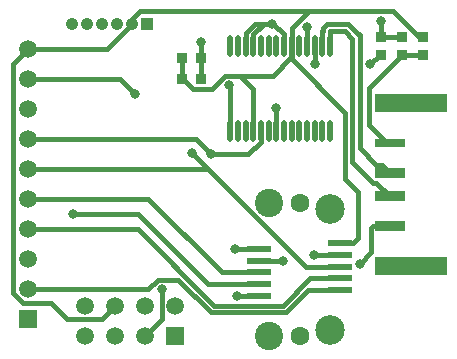
<source format=gtl>
%FSLAX25Y25*%
%MOIN*%
G70*
G01*
G75*
G04 Layer_Physical_Order=1*
G04 Layer_Color=255*
%ADD10R,0.07874X0.01969*%
%ADD11R,0.03543X0.03740*%
%ADD12R,0.03740X0.03543*%
%ADD13R,0.10268X0.03143*%
%ADD14R,0.10268X0.03543*%
%ADD15R,0.24016X0.06000*%
%ADD16O,0.01772X0.07284*%
%ADD17C,0.01500*%
%ADD18C,0.05906*%
%ADD19R,0.05906X0.05906*%
%ADD20R,0.05906X0.05906*%
%ADD21R,0.04200X0.04200*%
%ADD22C,0.04200*%
%ADD23C,0.03200*%
%ADD24C,0.09843*%
%ADD25C,0.09449*%
%ADD26C,0.06299*%
D10*
X286614Y322642D02*
D03*
Y326579D02*
D03*
Y330516D02*
D03*
Y334453D02*
D03*
Y338390D02*
D03*
X313386Y324610D02*
D03*
Y328547D02*
D03*
Y332484D02*
D03*
Y336421D02*
D03*
Y340358D02*
D03*
D11*
X327000Y402898D02*
D03*
Y409000D02*
D03*
X341000Y402898D02*
D03*
Y409000D02*
D03*
X334000D02*
D03*
Y402898D02*
D03*
D12*
X267051Y402000D02*
D03*
X260949D02*
D03*
X267051Y395000D02*
D03*
X260949D02*
D03*
D13*
X330134Y373644D02*
D03*
D14*
Y363801D02*
D03*
Y346085D02*
D03*
Y355927D02*
D03*
D15*
X337008Y332750D02*
D03*
X337008Y386978D02*
D03*
D16*
X310134Y406173D02*
D03*
X307575D02*
D03*
X305016D02*
D03*
X302457D02*
D03*
X299898D02*
D03*
X297339D02*
D03*
X294780D02*
D03*
X292220D02*
D03*
X289661D02*
D03*
X287102D02*
D03*
X284543D02*
D03*
X281984D02*
D03*
X279425D02*
D03*
X276866D02*
D03*
X310134Y377827D02*
D03*
X307575D02*
D03*
X305016D02*
D03*
X302457D02*
D03*
X299898D02*
D03*
X297339D02*
D03*
X294780D02*
D03*
X292220D02*
D03*
X289661D02*
D03*
X287102D02*
D03*
X284543D02*
D03*
X281984D02*
D03*
X279425D02*
D03*
X276866D02*
D03*
D17*
X264000Y370500D02*
X269500Y365000D01*
X286614Y334453D02*
X294453D01*
X302000Y332500D02*
X313370D01*
X269500Y365000D02*
X302000Y332500D01*
X209500Y365000D02*
X269500D01*
X244000Y414892D02*
X246758Y417650D01*
X244000Y413500D02*
Y414892D01*
X246758Y417650D02*
X303195D01*
X260949Y395000D02*
Y402000D01*
X297339Y401661D02*
Y406173D01*
X264539Y391678D02*
X270724D01*
X261217Y395000D02*
X264539Y391678D01*
X315200Y361585D02*
X319500Y357285D01*
Y342000D02*
Y357285D01*
X317858Y340358D02*
X319500Y342000D01*
X279142Y322642D02*
X286614D01*
X320000Y333500D02*
X323800Y337300D01*
Y345500D01*
X324385Y346085D01*
X330134D01*
X209500Y325000D02*
X249545D01*
X252695Y328150D02*
X259597D01*
X270555Y317192D01*
X249545Y325000D02*
X252695Y328150D01*
X270555Y317192D02*
X295332D01*
X302750Y324610D01*
X313386D01*
X248500Y309500D02*
X253997Y314997D01*
Y324997D01*
X254000Y325000D01*
X271508Y319492D02*
X294379D01*
X246000Y345000D02*
X271508Y319492D01*
X209500Y345000D02*
X246000D01*
X294379Y319492D02*
X303434Y328547D01*
X224500Y350000D02*
X246000D01*
X269421Y326579D01*
X222503Y314997D02*
X233997D01*
X217003Y320497D02*
X222503Y314997D01*
X207635Y320497D02*
X217003D01*
X204500Y323632D02*
Y400000D01*
Y323632D02*
X207635Y320497D01*
X304921Y336421D02*
X313386D01*
X303434Y328547D02*
X313386D01*
X209500Y355000D02*
X249545D01*
X269421Y326579D02*
X286614D01*
X233997Y314997D02*
X238500Y319500D01*
X249545Y355000D02*
X274029Y330516D01*
X286614D01*
X315358Y340358D02*
X317858D01*
X315200Y361585D02*
Y383800D01*
X297339Y401661D02*
X315200Y383800D01*
X313370Y332500D02*
X313386Y332484D01*
X286979Y377704D02*
X287102Y377827D01*
X282917Y370000D02*
X286979Y374062D01*
X270500Y370000D02*
X282917D01*
X286979Y374062D02*
Y377704D01*
X265500Y375000D02*
X270500Y370000D01*
X209500Y375000D02*
X265500D01*
X240000Y395000D02*
X245000Y390000D01*
X209500Y395000D02*
X240000D01*
X204500Y400000D02*
X209500Y405000D01*
X292220Y377827D02*
Y385280D01*
X297339Y406173D02*
X297462Y406296D01*
X297215Y406050D02*
X297339Y406173D01*
X297462Y411917D02*
X303195Y417650D01*
X331184D01*
X297462Y406296D02*
Y411917D01*
X331184Y417650D02*
X339834Y409000D01*
X341000D01*
X302457Y412457D02*
X302500Y412500D01*
X305000Y400000D02*
Y401489D01*
X317500Y367337D02*
X324358Y360479D01*
X317500Y367337D02*
Y408500D01*
X325582Y360479D02*
X330134Y355927D01*
X324358Y360479D02*
X325582D01*
X327435Y366500D02*
X330134Y363801D01*
X325500Y366500D02*
X327435D01*
X320000Y372000D02*
X325500Y366500D01*
X320000Y372000D02*
Y409536D01*
X319268Y410268D02*
X320000Y409536D01*
X319268Y410268D02*
Y410268D01*
X318535Y411000D02*
X319268Y410268D01*
X318535Y411000D02*
X318535D01*
X316036Y413500D02*
X318535Y411000D01*
X309098Y413500D02*
X316036D01*
X307634Y412036D02*
X309098Y413500D01*
X307634Y411000D02*
Y412036D01*
X307575Y411000D02*
X307634D01*
X307575Y406173D02*
Y411000D01*
X315000D02*
X317500Y408500D01*
X310134Y411000D02*
X315000D01*
X310134Y406173D02*
Y411000D01*
X294656Y406297D02*
Y409938D01*
X291094Y413500D02*
X294656Y409938D01*
X290812Y413500D02*
X291094D01*
X305016Y401505D02*
Y406173D01*
X280000Y396150D02*
X290957D01*
X275195D02*
X280000D01*
X284543Y377827D02*
Y391607D01*
X280000Y396150D02*
X284543Y391607D01*
X290957Y396150D02*
X297215Y402408D01*
X270724Y391678D02*
X275195Y396150D01*
X297215Y402408D02*
Y406050D01*
X260949Y395000D02*
X261217D01*
X276866Y377827D02*
Y392634D01*
X276500Y393000D02*
X276866Y392634D01*
X244000Y413338D02*
Y413500D01*
X235662Y405000D02*
X244000Y413338D01*
X209500Y405000D02*
X235662D01*
X323000Y379778D02*
X329134Y373644D01*
X323000Y379778D02*
Y391898D01*
X334000Y402898D01*
X341000D01*
X327000Y409000D02*
X334000D01*
X284543Y406173D02*
Y410043D01*
X281984Y406173D02*
Y410484D01*
X284543Y410043D02*
X288000Y413500D01*
X281984Y410484D02*
X285000Y413500D01*
X288000D02*
X290812D01*
X285000D02*
X288000D01*
X302457Y406173D02*
Y412457D01*
X323500Y400000D02*
X326674Y403174D01*
X267051Y395000D02*
Y402000D01*
Y407449D01*
X327000Y409000D02*
Y414500D01*
Y403174D02*
Y403449D01*
X278390Y338390D02*
X286614D01*
D18*
X228500Y319500D02*
D03*
X238500Y309500D02*
D03*
Y319500D02*
D03*
X248500Y309500D02*
D03*
Y319500D02*
D03*
X258500D02*
D03*
X228500Y309500D02*
D03*
X209500Y335000D02*
D03*
Y405000D02*
D03*
Y395000D02*
D03*
Y385000D02*
D03*
Y375000D02*
D03*
Y365000D02*
D03*
Y355000D02*
D03*
Y345000D02*
D03*
Y325000D02*
D03*
D19*
X258500Y309500D02*
D03*
D20*
X209500Y315000D02*
D03*
D21*
X249000Y413500D02*
D03*
D22*
X244000D02*
D03*
X239000D02*
D03*
X234000D02*
D03*
X229000D02*
D03*
X224000D02*
D03*
D23*
X264000Y370500D02*
D03*
X294453Y334453D02*
D03*
X270500Y370000D02*
D03*
X279142Y322642D02*
D03*
X320000Y333500D02*
D03*
X254000Y325000D02*
D03*
X224500Y350000D02*
D03*
X278390Y338390D02*
D03*
X304921Y336421D02*
D03*
X245000Y390000D02*
D03*
X292220Y385280D02*
D03*
X302500Y412500D02*
D03*
X305000Y400000D02*
D03*
X276500Y393000D02*
D03*
X290812Y413500D02*
D03*
X323500Y400000D02*
D03*
X267051Y407449D02*
D03*
X327000Y414500D02*
D03*
D24*
X310236Y351776D02*
D03*
Y311224D02*
D03*
D25*
X289764Y353744D02*
D03*
Y309256D02*
D03*
D26*
X300000Y309453D02*
D03*
Y353547D02*
D03*
M02*

</source>
